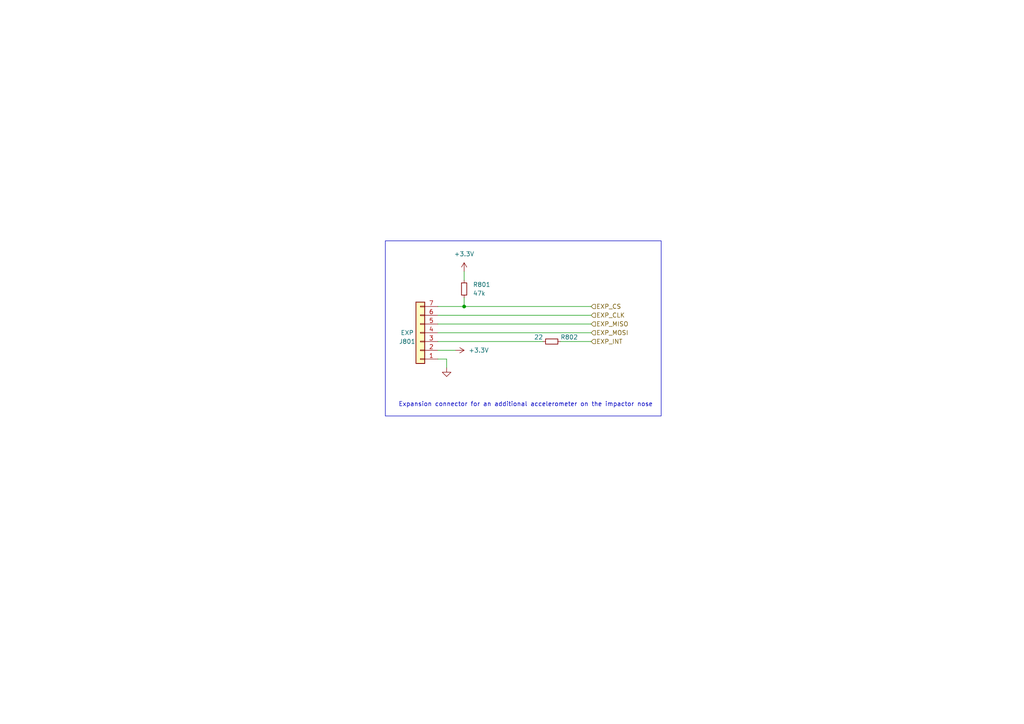
<source format=kicad_sch>
(kicad_sch (version 20231120) (generator "eeschema") (generator_version "8.0")
  (paper "A4")
  (lib_symbols
    (symbol "Connector_Generic:Conn_01x07" (pin_names (offset 1.016) hide)
      (property "Reference" "J" (at 0 10.16 0))
      (property "Value" "Conn_01x07" (at 0 -10.16 0))
      (symbol "Conn_01x07_1_1"
        (rectangle (start -1.27 -7.493) (end 0 -7.747) (stroke (width 0.1524)))
        (rectangle (start -1.27 -4.953) (end 0 -5.207) (stroke (width 0.1524)))
        (rectangle (start -1.27 -2.413) (end 0 -2.667) (stroke (width 0.1524)))
        (rectangle (start -1.27 0.127) (end 0 -0.127) (stroke (width 0.1524)))
        (rectangle (start -1.27 2.667) (end 0 2.413) (stroke (width 0.1524)))
        (rectangle (start -1.27 5.207) (end 0 4.953) (stroke (width 0.1524)))
        (rectangle (start -1.27 7.747) (end 0 7.493) (stroke (width 0.1524)))
        (rectangle (start -1.27 8.89) (end 1.27 -8.89) (stroke (width 0.254)) (fill (type background)))
        (pin passive line (at -5.08 7.62 0) (length 3.81) (name "Pin_1") (number "1"))
        (pin passive line (at -5.08 5.08 0) (length 3.81) (name "Pin_2") (number "2"))
        (pin passive line (at -5.08 2.54 0) (length 3.81) (name "Pin_3") (number "3"))
        (pin passive line (at -5.08 0 0) (length 3.81) (name "Pin_4") (number "4"))
        (pin passive line (at -5.08 -2.54 0) (length 3.81) (name "Pin_5") (number "5"))
        (pin passive line (at -5.08 -5.08 0) (length 3.81) (name "Pin_6") (number "6"))
        (pin passive line (at -5.08 -7.62 0) (length 3.81) (name "Pin_7") (number "7"))
      )
    )
    (symbol "Device:R_Small" (pin_numbers hide) (pin_names (offset 0.254) hide)
      (property "Reference" "R" (at 0.762 0.508 0))
      (property "Value" "R_Small" (at 0.762 -1.016 0))
      (symbol "R_Small_0_1"
        (rectangle (start -0.762 1.778) (end 0.762 -1.778) (stroke (width 0.2032)))
      )
      (symbol "R_Small_1_1"
        (pin passive line (at 0 2.54 270) (length 0.762) (name "~") (number "1"))
        (pin passive line (at 0 -2.54 90) (length 0.762) (name "~") (number "2"))
      )
    )
    (symbol "power:+3.3V" (power) (pin_names (offset 0))
      (property "Value" "+3.3V" (at 0 3.556 0))
      (symbol "+3.3V_0_1"
        (polyline (pts (xy -0.762 1.27) (xy 0 2.54)))
        (polyline (pts (xy 0 0) (xy 0 2.54)))
        (polyline (pts (xy 0 2.54) (xy 0.762 1.27)))
      )
      (symbol "+3.3V_1_1"
        (pin power_in line (at 0 0 90) (length 0) hide (name "+3.3V") (number "1"))
      )
    )
    (symbol "power:GND" (power) (pin_names (offset 0))
      (property "Value" "GND" (at 0 -3.81 0))
      (symbol "GND_0_1"
        (polyline (pts (xy 0 0) (xy 0 -1.27) (xy 1.27 -1.27) (xy 0 -2.54) (xy -1.27 -1.27) (xy 0 -1.27)))
      )
      (symbol "GND_1_1"
        (pin power_in line (at 0 0 270) (length 0) hide (name "GND") (number "1"))
      )
    )
  )
  (junction (at 134.62 88.9))
  (wire (pts (xy 127 88.9) (xy 134.62 88.9)))
  (wire (pts (xy 134.62 78.74) (xy 134.62 81.28)))
  (wire (pts (xy 127 99.06) (xy 157.48 99.06)))
  (wire (pts (xy 162.56 99.06) (xy 171.45 99.06)))
  (wire (pts (xy 129.54 104.14) (xy 127 104.14)))
  (wire (pts (xy 129.54 106.68) (xy 129.54 104.14)))
  (wire (pts (xy 134.62 86.36) (xy 134.62 88.9)))
  (wire (pts (xy 127 96.52) (xy 171.45 96.52)))
  (wire (pts (xy 127 91.44) (xy 171.45 91.44)))
  (wire (pts (xy 127 93.98) (xy 171.45 93.98)))
  (wire (pts (xy 127 101.6) (xy 132.08 101.6)))
  (wire (pts (xy 134.62 88.9) (xy 171.45 88.9)))
  (rectangle (start 111.76 69.85) (end 191.77 120.65))
  (text "Expansion connector for an additional accelerometer on the impactor nose" (at 115.57 118.11 0) (effects (font (size 1.27 1.27)) (justify left bottom)))
  (hierarchical_label "EXP_CLK" (shape input) (at 171.45 91.44 0))
  (hierarchical_label "EXP_CS" (shape input) (at 171.45 88.9 0))
  (hierarchical_label "EXP_MISO" (shape input) (at 171.45 93.98 0))
  (hierarchical_label "EXP_INT" (shape input) (at 171.45 99.06 0))
  (hierarchical_label "EXP_MOSI" (shape input) (at 171.45 96.52 0))
  (symbol (lib_id "power:+3.3V") (at 134.62 78.74 0) (unit 1)
    (property "Reference" "#PWR0803" (effects (hide yes)))
    (property "Value" "+3.3V" (at 134.62 73.66 0))
  )
  (symbol (lib_id "power:+3.3V") (at 132.08 101.6 270) (unit 1)
    (property "Reference" "#PWR0802" (effects (hide yes)))
    (property "Value" "+3.3V" (at 135.89 101.6 90) (effects (justify left)))
  )
  (symbol (lib_id "Device:R_Small") (at 160.02 99.06 90) (unit 1)
    (property "Reference" "R802" (at 165.1 97.79 90))
    (property "Value" "22" (at 156.21 97.79 90))
    (property "Footprint" "Resistor_SMD:R_0402_1005Metric" (effects (hide yes)))
    (property "LCSC" "C25092" (effects (hide yes)))
  )
  (symbol (lib_id "Device:R_Small") (at 134.62 83.82 0) (unit 1)
    (property "Reference" "R801" (at 137.16 82.55 0) (effects (justify left)))
    (property "Value" "47k" (at 137.16 85.09 0) (effects (justify left)))
    (property "Footprint" "Resistor_SMD:R_0402_1005Metric" (effects (hide yes)))
    (property "LCSC" "C25792" (effects (hide yes)))
  )
  (symbol (lib_id "power:GND") (at 129.54 106.68 0) (unit 1)
    (property "Reference" "#PWR0801" (effects (hide yes)))
    (property "Value" "GND" (effects (hide yes)))
  )
  (symbol (lib_id "Connector_Generic:Conn_01x07") (at 121.92 96.52 180) (unit 1)
    (property "Reference" "J801" (at 118.11 99.06 0))
    (property "Value" "EXP" (at 118.11 96.52 0))
    (property "Footprint" "Connector_JST:JST_SH_SM07B-SRSS-TB_1x07-1MP_P1.00mm_Horizontal" (effects (hide yes)))
    (property "LCSC" "C160406" (effects (hide yes)))
  )
)
</source>
